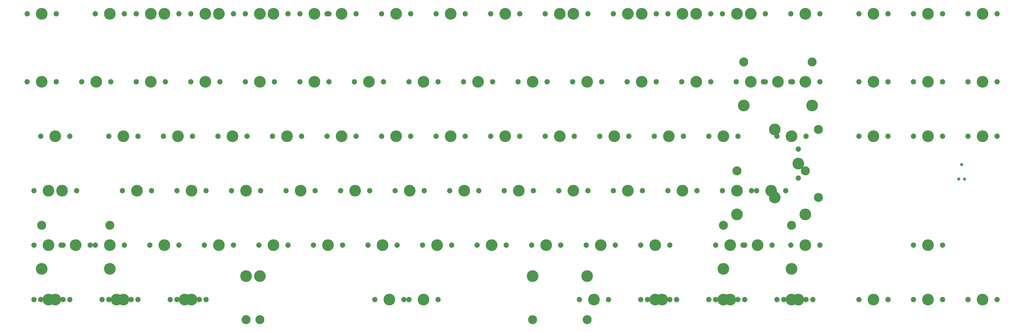
<source format=gbr>
%TF.GenerationSoftware,KiCad,Pcbnew,8.0.4*%
%TF.CreationDate,2024-07-23T19:32:07+08:00*%
%TF.ProjectId,X88J,5838384a-2e6b-4696-9361-645f70636258,rev?*%
%TF.SameCoordinates,Original*%
%TF.FileFunction,Soldermask,Top*%
%TF.FilePolarity,Negative*%
%FSLAX46Y46*%
G04 Gerber Fmt 4.6, Leading zero omitted, Abs format (unit mm)*
G04 Created by KiCad (PCBNEW 8.0.4) date 2024-07-23 19:32:07*
%MOMM*%
%LPD*%
G01*
G04 APERTURE LIST*
%ADD10C,1.852000*%
%ADD11C,4.089800*%
%ADD12C,3.150000*%
%ADD13C,1.092600*%
G04 APERTURE END LIST*
D10*
%TO.C,MX104*%
X233045000Y-100012500D03*
D11*
X238125000Y-100012500D03*
D10*
X243205000Y-100012500D03*
%TD*%
D12*
%TO.C,S3*%
X242887500Y-54927500D03*
D11*
X242887500Y-70167500D03*
D12*
X266700000Y-54927500D03*
D11*
X266700000Y-70167500D03*
%TD*%
D10*
%TO.C,MX15*%
X285432500Y0D03*
D11*
X290512500Y0D03*
D10*
X295592500Y0D03*
%TD*%
%TO.C,MX35*%
X90170000Y-23812500D03*
D11*
X95250000Y-23812500D03*
D10*
X100330000Y-23812500D03*
%TD*%
%TO.C,MX53*%
X99695000Y-42862500D03*
D11*
X104775000Y-42862500D03*
D10*
X109855000Y-42862500D03*
%TD*%
%TO.C,MX78*%
X249713750Y-61912500D03*
D11*
X254793750Y-61912500D03*
D10*
X259873750Y-61912500D03*
%TD*%
%TO.C,MX5*%
X75882500Y0D03*
D11*
X80962500Y0D03*
D10*
X86042500Y0D03*
%TD*%
%TO.C,MX89*%
X152082500Y-80962500D03*
D11*
X157162500Y-80962500D03*
D10*
X162242500Y-80962500D03*
%TD*%
%TO.C,MX7*%
X118745000Y0D03*
D11*
X123825000Y0D03*
D10*
X128905000Y0D03*
%TD*%
%TO.C,MX115*%
X235426250Y-100012500D03*
D11*
X240506250Y-100012500D03*
D10*
X245586250Y-100012500D03*
%TD*%
%TO.C,MX109*%
X-2698750Y-100012500D03*
D11*
X2381250Y-100012500D03*
D10*
X7461250Y-100012500D03*
%TD*%
%TO.C,MX54*%
X118745000Y-42862500D03*
D11*
X123825000Y-42862500D03*
D10*
X128905000Y-42862500D03*
%TD*%
%TO.C,MX68*%
X47307500Y-61912500D03*
D11*
X52387500Y-61912500D03*
D10*
X57467500Y-61912500D03*
%TD*%
%TO.C,MX116*%
X259238750Y-100012500D03*
D11*
X264318750Y-100012500D03*
D10*
X269398750Y-100012500D03*
%TD*%
%TO.C,MX6*%
X99695000Y0D03*
D11*
X104775000Y0D03*
D10*
X109855000Y0D03*
%TD*%
%TO.C,MX94*%
X304482500Y-80962500D03*
D11*
X309562500Y-80962500D03*
D10*
X314642500Y-80962500D03*
%TD*%
%TO.C,MX81*%
X237807500Y-61912500D03*
D11*
X242887500Y-61912500D03*
D10*
X247967500Y-61912500D03*
%TD*%
%TO.C,MX19*%
X52070000Y0D03*
D11*
X57150000Y0D03*
D10*
X62230000Y0D03*
%TD*%
%TO.C,MX28*%
X242570000Y0D03*
D11*
X247650000Y0D03*
D10*
X252730000Y0D03*
%TD*%
%TO.C,MX108*%
X323532500Y-100012500D03*
D11*
X328612500Y-100012500D03*
D10*
X333692500Y-100012500D03*
%TD*%
%TO.C,MX9*%
X156845000Y0D03*
D11*
X161925000Y0D03*
D10*
X167005000Y0D03*
%TD*%
%TO.C,MX17*%
X323532500Y0D03*
D11*
X328612500Y0D03*
D10*
X333692500Y0D03*
%TD*%
%TO.C,MX42*%
X223520000Y-23812500D03*
D11*
X228600000Y-23812500D03*
D10*
X233680000Y-23812500D03*
%TD*%
%TO.C,MX82*%
X6826250Y-80962500D03*
D11*
X11906250Y-80962500D03*
D10*
X16986250Y-80962500D03*
%TD*%
%TO.C,MX88*%
X133032500Y-80962500D03*
D11*
X138112500Y-80962500D03*
D10*
X143192500Y-80962500D03*
%TD*%
%TO.C,MX113*%
X187801250Y-100012500D03*
D11*
X192881250Y-100012500D03*
D10*
X197961250Y-100012500D03*
%TD*%
%TO.C,MX34*%
X71120000Y-23812500D03*
D11*
X76200000Y-23812500D03*
D10*
X81280000Y-23812500D03*
%TD*%
%TO.C,MX92*%
X209232500Y-80962500D03*
D11*
X214312500Y-80962500D03*
D10*
X219392500Y-80962500D03*
%TD*%
%TO.C,MX4*%
X56832500Y0D03*
D11*
X61912500Y0D03*
D10*
X66992500Y0D03*
%TD*%
%TO.C,MX52*%
X80645000Y-42862500D03*
D11*
X85725000Y-42862500D03*
D10*
X90805000Y-42862500D03*
%TD*%
%TO.C,MX37*%
X128270000Y-23812500D03*
D11*
X133350000Y-23812500D03*
D10*
X138430000Y-23812500D03*
%TD*%
%TO.C,MX85*%
X75882500Y-80962500D03*
D11*
X80962500Y-80962500D03*
D10*
X86042500Y-80962500D03*
%TD*%
%TO.C,MX25*%
X175895000Y0D03*
D11*
X180975000Y0D03*
D10*
X186055000Y0D03*
%TD*%
%TO.C,MX18*%
X33020000Y0D03*
D11*
X38100000Y0D03*
D10*
X43180000Y0D03*
%TD*%
%TO.C,MX100*%
X23495000Y-100012500D03*
D11*
X28575000Y-100012500D03*
D10*
X33655000Y-100012500D03*
%TD*%
D11*
%TO.C,S2*%
X256063750Y-40481250D03*
X256063750Y-64293750D03*
D12*
X271303750Y-40481250D03*
X271303750Y-64293750D03*
%TD*%
D10*
%TO.C,MX38*%
X147320000Y-23812500D03*
D11*
X152400000Y-23812500D03*
D10*
X157480000Y-23812500D03*
%TD*%
%TO.C,MX31*%
X13970000Y-23812500D03*
D11*
X19050000Y-23812500D03*
D10*
X24130000Y-23812500D03*
%TD*%
%TO.C,MX106*%
X285432500Y-100012500D03*
D11*
X290512500Y-100012500D03*
D10*
X295592500Y-100012500D03*
%TD*%
D12*
%TO.C,S7*%
X171450000Y-106997500D03*
D11*
X171450000Y-91757500D03*
D12*
X71437500Y-106997500D03*
D11*
X71437500Y-91757500D03*
%TD*%
D10*
%TO.C,MX12*%
X218757500Y0D03*
D11*
X223837500Y0D03*
D10*
X228917500Y0D03*
%TD*%
%TO.C,MX72*%
X123507500Y-61912500D03*
D11*
X128587500Y-61912500D03*
D10*
X133667500Y-61912500D03*
%TD*%
%TO.C,MX74*%
X161607500Y-61912500D03*
D11*
X166687500Y-61912500D03*
D10*
X171767500Y-61912500D03*
%TD*%
%TO.C,MX90*%
X171132500Y-80962500D03*
D11*
X176212500Y-80962500D03*
D10*
X181292500Y-80962500D03*
%TD*%
%TO.C,MX10*%
X180657500Y0D03*
D11*
X185737500Y0D03*
D10*
X190817500Y0D03*
%TD*%
%TO.C,MX87*%
X113982500Y-80962500D03*
D11*
X119062500Y-80962500D03*
D10*
X124142500Y-80962500D03*
%TD*%
%TO.C,MX64*%
X323532500Y-42862500D03*
D11*
X328612500Y-42862500D03*
D10*
X333692500Y-42862500D03*
%TD*%
%TO.C,MX2*%
X18732500Y0D03*
D11*
X23812500Y0D03*
D10*
X28892500Y0D03*
%TD*%
%TO.C,MX70*%
X85407500Y-61912500D03*
D11*
X90487500Y-61912500D03*
D10*
X95567500Y-61912500D03*
%TD*%
%TO.C,MX76*%
X199707500Y-61912500D03*
D11*
X204787500Y-61912500D03*
D10*
X209867500Y-61912500D03*
%TD*%
%TO.C,MX45*%
X304482500Y-23812500D03*
D11*
X309562500Y-23812500D03*
D10*
X314642500Y-23812500D03*
%TD*%
%TO.C,MX16*%
X304482500Y0D03*
D11*
X309562500Y0D03*
D10*
X314642500Y0D03*
%TD*%
%TO.C,MX48*%
X-317500Y-42862500D03*
D11*
X4762500Y-42862500D03*
D10*
X9842500Y-42862500D03*
%TD*%
%TO.C,MX55*%
X137795000Y-42862500D03*
D11*
X142875000Y-42862500D03*
D10*
X147955000Y-42862500D03*
%TD*%
%TO.C,MX3*%
X37782500Y0D03*
D11*
X42862500Y0D03*
D10*
X47942500Y0D03*
%TD*%
%TO.C,MX63*%
X304482500Y-42862500D03*
D11*
X309562500Y-42862500D03*
D10*
X314642500Y-42862500D03*
%TD*%
%TO.C,MX46*%
X323532500Y-23812500D03*
D11*
X328612500Y-23812500D03*
D10*
X333692500Y-23812500D03*
%TD*%
%TO.C,MX67*%
X28257500Y-61912500D03*
D11*
X33337500Y-61912500D03*
D10*
X38417500Y-61912500D03*
%TD*%
%TO.C,MX59*%
X213995000Y-42862500D03*
D11*
X219075000Y-42862500D03*
D10*
X224155000Y-42862500D03*
%TD*%
%TO.C,MX110*%
X21113750Y-100012500D03*
D11*
X26193750Y-100012500D03*
D10*
X31273750Y-100012500D03*
%TD*%
%TO.C,MX60*%
X233045000Y-42862500D03*
D11*
X238125000Y-42862500D03*
D10*
X243205000Y-42862500D03*
%TD*%
%TO.C,MX32*%
X33020000Y-23812500D03*
D11*
X38100000Y-23812500D03*
D10*
X43180000Y-23812500D03*
%TD*%
%TO.C,MX97*%
X235426250Y-80962500D03*
D11*
X240506250Y-80962500D03*
D10*
X245586250Y-80962500D03*
%TD*%
%TO.C,MX51*%
X61595000Y-42862500D03*
D11*
X66675000Y-42862500D03*
D10*
X71755000Y-42862500D03*
%TD*%
D12*
%TO.C,S4*%
X238125000Y-73977500D03*
D11*
X238125000Y-89217500D03*
D12*
X261937500Y-73977500D03*
D11*
X261937500Y-89217500D03*
%TD*%
D10*
%TO.C,MX112*%
X116363750Y-100012500D03*
D11*
X121443750Y-100012500D03*
D10*
X126523750Y-100012500D03*
%TD*%
%TO.C,MX84*%
X56832500Y-80962500D03*
D11*
X61912500Y-80962500D03*
D10*
X66992500Y-80962500D03*
%TD*%
%TO.C,MX75*%
X180657500Y-61912500D03*
D11*
X185737500Y-61912500D03*
D10*
X190817500Y-61912500D03*
%TD*%
%TO.C,MX96*%
X18732500Y-80962500D03*
D11*
X23812500Y-80962500D03*
D10*
X28892500Y-80962500D03*
%TD*%
D12*
%TO.C,S5*%
X0Y-73977500D03*
D11*
X0Y-89217500D03*
D12*
X23812500Y-73977500D03*
D11*
X23812500Y-89217500D03*
%TD*%
D10*
%TO.C,MX91*%
X190182500Y-80962500D03*
D11*
X195262500Y-80962500D03*
D10*
X200342500Y-80962500D03*
%TD*%
%TO.C,MX114*%
X211613750Y-100012500D03*
D11*
X216693750Y-100012500D03*
D10*
X221773750Y-100012500D03*
%TD*%
%TO.C,MX43*%
X252095000Y-23812500D03*
D11*
X257175000Y-23812500D03*
D10*
X262255000Y-23812500D03*
%TD*%
%TO.C,MX65*%
X264318750Y-47307500D03*
D11*
X264318750Y-52387500D03*
D10*
X264318750Y-57467500D03*
%TD*%
%TO.C,MX98*%
X261620000Y-80962500D03*
D11*
X266700000Y-80962500D03*
D10*
X271780000Y-80962500D03*
%TD*%
%TO.C,MX80*%
X2063750Y-61912500D03*
D11*
X7143750Y-61912500D03*
D10*
X12223750Y-61912500D03*
%TD*%
%TO.C,MX1*%
X-5080000Y0D03*
D11*
X0Y0D03*
D10*
X5080000Y0D03*
%TD*%
%TO.C,MX41*%
X204470000Y-23812500D03*
D11*
X209550000Y-23812500D03*
D10*
X214630000Y-23812500D03*
%TD*%
D12*
%TO.C,S6*%
X190500000Y-106997500D03*
D11*
X190500000Y-91757500D03*
D12*
X76200000Y-106997500D03*
D11*
X76200000Y-91757500D03*
%TD*%
D10*
%TO.C,MX66*%
X-2698750Y-61912500D03*
D11*
X2381250Y-61912500D03*
D10*
X7461250Y-61912500D03*
%TD*%
%TO.C,MX71*%
X104457500Y-61912500D03*
D11*
X109537500Y-61912500D03*
D10*
X114617500Y-61912500D03*
%TD*%
%TO.C,MX93*%
X244951250Y-80962500D03*
D11*
X250031250Y-80962500D03*
D10*
X255111250Y-80962500D03*
%TD*%
%TO.C,MX49*%
X23495000Y-42862500D03*
D11*
X28575000Y-42862500D03*
D10*
X33655000Y-42862500D03*
%TD*%
%TO.C,MX11*%
X199707500Y0D03*
D11*
X204787500Y0D03*
D10*
X209867500Y0D03*
%TD*%
%TO.C,MX39*%
X166370000Y-23812500D03*
D11*
X171450000Y-23812500D03*
D10*
X176530000Y-23812500D03*
%TD*%
%TO.C,MX69*%
X66357500Y-61912500D03*
D11*
X71437500Y-61912500D03*
D10*
X76517500Y-61912500D03*
%TD*%
%TO.C,MX77*%
X218757500Y-61912500D03*
D11*
X223837500Y-61912500D03*
D10*
X228917500Y-61912500D03*
%TD*%
%TO.C,MX27*%
X223520000Y0D03*
D11*
X228600000Y0D03*
D10*
X233680000Y0D03*
%TD*%
%TO.C,MX62*%
X285432500Y-42862500D03*
D11*
X290512500Y-42862500D03*
D10*
X295592500Y-42862500D03*
%TD*%
%TO.C,MX57*%
X175895000Y-42862500D03*
D11*
X180975000Y-42862500D03*
D10*
X186055000Y-42862500D03*
%TD*%
%TO.C,MX107*%
X304482500Y-100012500D03*
D11*
X309562500Y-100012500D03*
D10*
X314642500Y-100012500D03*
%TD*%
%TO.C,MX56*%
X156845000Y-42862500D03*
D11*
X161925000Y-42862500D03*
D10*
X167005000Y-42862500D03*
%TD*%
%TO.C,MX111*%
X44926250Y-100012500D03*
D11*
X50006250Y-100012500D03*
D10*
X55086250Y-100012500D03*
%TD*%
%TO.C,MX101*%
X47307500Y-100012500D03*
D11*
X52387500Y-100012500D03*
D10*
X57467500Y-100012500D03*
%TD*%
%TO.C,MX13*%
X237807500Y0D03*
D11*
X242887500Y0D03*
D10*
X247967500Y0D03*
%TD*%
%TO.C,MX21*%
X90170000Y0D03*
D11*
X95250000Y0D03*
D10*
X100330000Y0D03*
%TD*%
%TO.C,MX14*%
X261620000Y0D03*
D11*
X266700000Y0D03*
D10*
X271780000Y0D03*
%TD*%
%TO.C,MX40*%
X185420000Y-23812500D03*
D11*
X190500000Y-23812500D03*
D10*
X195580000Y-23812500D03*
%TD*%
%TO.C,MX26*%
X204470000Y0D03*
D11*
X209550000Y0D03*
D10*
X214630000Y0D03*
%TD*%
%TO.C,MX95*%
X-2698750Y-80962500D03*
D11*
X2381250Y-80962500D03*
D10*
X7461250Y-80962500D03*
%TD*%
%TO.C,MX50*%
X42545000Y-42862500D03*
D11*
X47625000Y-42862500D03*
D10*
X52705000Y-42862500D03*
%TD*%
%TO.C,MX44*%
X285432500Y-23812500D03*
D11*
X290512500Y-23812500D03*
D10*
X295592500Y-23812500D03*
%TD*%
%TO.C,MX58*%
X194945000Y-42862500D03*
D11*
X200025000Y-42862500D03*
D10*
X205105000Y-42862500D03*
%TD*%
%TO.C,MX8*%
X137795000Y0D03*
D11*
X142875000Y0D03*
D10*
X147955000Y0D03*
%TD*%
%TO.C,MX99*%
X-317500Y-100012500D03*
D11*
X4762500Y-100012500D03*
D10*
X9842500Y-100012500D03*
%TD*%
%TO.C,MX103*%
X209232500Y-100012500D03*
D11*
X214312500Y-100012500D03*
D10*
X219392500Y-100012500D03*
%TD*%
%TO.C,MX36*%
X109220000Y-23812500D03*
D11*
X114300000Y-23812500D03*
D10*
X119380000Y-23812500D03*
%TD*%
%TO.C,MX86*%
X94932500Y-80962500D03*
D11*
X100012500Y-80962500D03*
D10*
X105092500Y-80962500D03*
%TD*%
%TO.C,MX20*%
X71120000Y0D03*
D11*
X76200000Y0D03*
D10*
X81280000Y0D03*
%TD*%
%TO.C,MX73*%
X142557500Y-61912500D03*
D11*
X147637500Y-61912500D03*
D10*
X152717500Y-61912500D03*
%TD*%
%TO.C,MX30*%
X-5080000Y-23812500D03*
D11*
X0Y-23812500D03*
D10*
X5080000Y-23812500D03*
%TD*%
%TO.C,MX47*%
X242570000Y-23812500D03*
D11*
X247650000Y-23812500D03*
D10*
X252730000Y-23812500D03*
%TD*%
%TO.C,MX105*%
X256857500Y-100012500D03*
D11*
X261937500Y-100012500D03*
D10*
X267017500Y-100012500D03*
%TD*%
%TO.C,MX33*%
X52070000Y-23812500D03*
D11*
X57150000Y-23812500D03*
D10*
X62230000Y-23812500D03*
%TD*%
%TO.C,MX61*%
X256857500Y-42862500D03*
D11*
X261937500Y-42862500D03*
D10*
X267017500Y-42862500D03*
%TD*%
%TO.C,MX83*%
X37782500Y-80962500D03*
D11*
X42862500Y-80962500D03*
D10*
X47942500Y-80962500D03*
%TD*%
D12*
%TO.C,S1*%
X245268750Y-16827500D03*
D11*
X245268750Y-32067500D03*
D12*
X269081250Y-16827500D03*
D11*
X269081250Y-32067500D03*
%TD*%
D10*
%TO.C,MX79*%
X261620000Y-23812500D03*
D11*
X266700000Y-23812500D03*
D10*
X271780000Y-23812500D03*
%TD*%
%TO.C,MX102*%
X128270000Y-100012500D03*
D11*
X133350000Y-100012500D03*
D10*
X138430000Y-100012500D03*
%TD*%
D13*
%TO.C,J2*%
X321310000Y-52710000D03*
X322326000Y-57790000D03*
X320294000Y-57790000D03*
%TD*%
M02*

</source>
